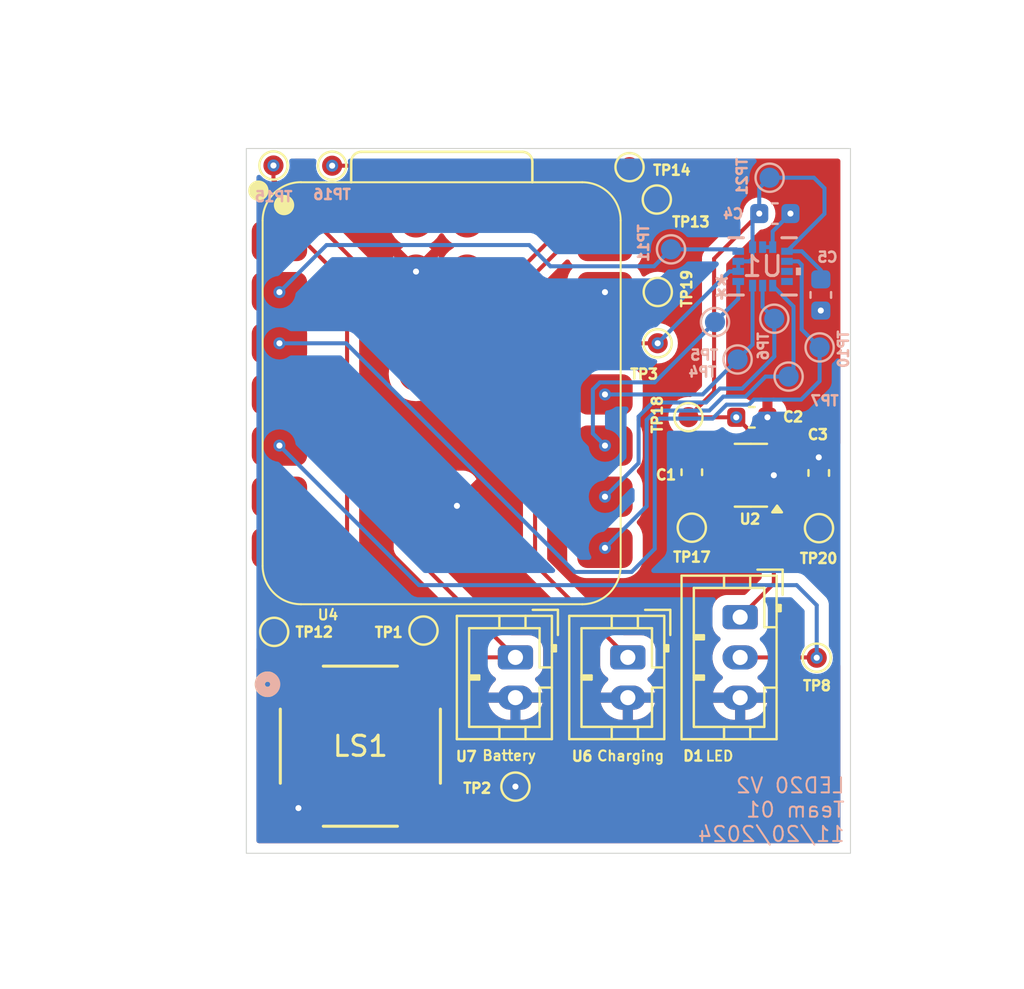
<source format=kicad_pcb>
(kicad_pcb (version 20240108) (generator "pcbnew") (generator_version "8.0")
  (title_block (title "LED20 Updated Schematic") (date "2024-11-12") (rev "2") (company "Team 01") (comment 1 "PCB Layout of LED20 "))
  (layers (0 "F.Cu" signal) (31 "B.Cu" signal) (34 "B.Paste" user) (35 "F.Paste" user) (36 "B.SilkS" user "B.Silkscreen") (37 "F.SilkS" user "F.Silkscreen") (38 "B.Mask" user) (39 "F.Mask" user) (44 "Edge.Cuts" user))
  (net 0 "")
  (net 1 "Net-(U2-C+)")
  (net 2 "Net-(U2-C-)")
  (net 3 "GND")
  (net 4 "3.3V")
  (net 5 "+5V")
  (net 6 "3.3V Data (D4)")
  (net 7 "VBATT")
  (net 8 "Net-(U1-SDA)")
  (net 9 "Net-(U1-SDO{slash}SA0)")
  (net 10 "Net-(U1-SCL)")
  (net 11 "Net-(U1-CS)")
  (net 12 "Net-(U1-INT2)")
  (net 13 "Net-(U1-INT1)")
  (net 14 "unconnected-(TP13-Pad1)")
  (net 15 "unconnected-(TP14-Pad1)")
  (net 16 "unconnected-(TP15-Pad1)")
  (net 17 "unconnected-(TP16-Pad1)")
  (net 21 "+5V IN")
  (net 24 "Net-(U4-LP_GPIO0{slash}GPIO0{slash}A0{slash}D0)")
  (footprint "TestPoint:TestPoint_Pad_D1.0mm" (layer "F.Cu") (at 145.574154 95.026016 -90)
    (property "Reference" "TP2" (at 0.08247 1.896824 180) (layer "F.SilkS") (effects (font (size 0.5 0.5) (thickness 0.125))))
    (property "Value" "~")
    (fp_circle (center 0 0) (end 0 0.7) (stroke (width 0.12)) (fill none) (layer "F.SilkS"))
    (pad "1" smd circle (at 0 0 270) (size 1 1) (layers "F.Cu" "F.Mask") (net 3 "GND"))
  )
  (footprint "Led20:ChargePump" (layer "F.Cu") (at 157.268761 79.56416 180)
    (property "Reference" "U2" (at 0.048197 -2.179258 0) (layer "F.SilkS") (effects (font (size 0.5 0.5) (thickness 0.125))))
    (property "Value" "~")
    (fp_line (start 0 1.56) (end 0.8 1.56) (stroke (width 0.12)) (layer "F.SilkS"))
    (fp_line (start 0 1.56) (end -0.8 1.56) (stroke (width 0.12)) (layer "F.SilkS"))
    (fp_line (start 0 -1.56) (end 0.8 -1.56) (stroke (width 0.12)) (layer "F.SilkS"))
    (fp_line (start 0 -1.56) (end -0.8 -1.56) (stroke (width 0.12)) (layer "F.SilkS"))
    (fp_poly (pts (xy -1.3 -1.51) (xy -1.54 -1.84) (xy -1.06 -1.84) (xy -1.3 -1.51)) (stroke (width 0.12)) (fill solid) (layer "F.SilkS"))
    (pad "1" smd roundrect (at -1.1375 -0.95 180) (size 1.325 0.6) (layers "F.Cu" "F.Paste" "F.Mask") (net 5 "+5V"))
    (pad "2" smd roundrect (at -1.1375 0 180) (size 1.325 0.6) (layers "F.Cu" "F.Paste" "F.Mask") (net 3 "GND"))
    (pad "3" smd roundrect (at -1.1375 0.95 180) (size 1.325 0.6) (layers "F.Cu" "F.Paste" "F.Mask") (net 5 "+5V"))
    (pad "4" smd roundrect (at 1.1375 0.95 180) (size 1.325 0.6) (layers "F.Cu" "F.Paste" "F.Mask") (net 2 "Net-(U2-C-)"))
    (pad "5" smd roundrect (at 1.1375 0 180) (size 1.325 0.6) (layers "F.Cu" "F.Paste" "F.Mask") (net 4 "3.3V"))
    (pad "6" smd roundrect (at 1.1375 -0.95 180) (size 1.325 0.6) (layers "F.Cu" "F.Paste" "F.Mask") (net 1 "Net-(U2-C+)"))
  )
  (footprint "Connector_JST:JST_PH_B2B-PH-K_1x02_P2.00mm_Vertical" (layer "F.Cu") (at 151.155921 88.608331 -90)
    (property "Reference" "U6" (at 4.911581 2.267942 180) (layer "F.SilkS") (effects (font (size 0.5 0.5) (thickness 0.125))))
    (property "Value" "B2B-PH-K-S")
    (fp_line (start -2.06 2.91) (end 4.06 2.91) (stroke (width 0.12)) (layer "F.SilkS"))
    (fp_line (start 4.06 2.91) (end 4.06 -1.81) (stroke (width 0.12)) (layer "F.SilkS"))
    (fp_line (start -1.45 2.3) (end 3.45 2.3) (stroke (width 0.12)) (layer "F.SilkS"))
    (fp_line (start 0.9 2.3) (end 0.9 1.8) (stroke (width 0.12)) (layer "F.SilkS"))
    (fp_line (start 1 2.3) (end 1 1.8) (stroke (width 0.12)) (layer "F.SilkS"))
    (fp_line (start 3.45 2.3) (end 3.45 -1.2) (stroke (width 0.12)) (layer "F.SilkS"))
    (fp_line (start 0.9 1.8) (end 1.1 1.8) (stroke (width 0.12)) (layer "F.SilkS"))
    (fp_line (start 1.1 1.8) (end 1.1 2.3) (stroke (width 0.12)) (layer "F.SilkS"))
    (fp_line (start -2.06 0.8) (end -1.45 0.8) (stroke (width 0.12)) (layer "F.SilkS"))
    (fp_line (start 4.06 0.8) (end 3.45 0.8) (stroke (width 0.12)) (layer "F.SilkS"))
    (fp_line (start -2.06 -0.5) (end -1.45 -0.5) (stroke (width 0.12)) (layer "F.SilkS"))
    (fp_line (start 4.06 -0.5) (end 3.45 -0.5) (stroke (width 0.12)) (layer "F.SilkS"))
    (fp_line (start -1.45 -1.2) (end -1.45 2.3) (stroke (width 0.12)) (layer "F.SilkS"))
    (fp_line (start 0.5 -1.2) (end -1.45 -1.2) (stroke (width 0.12)) (layer "F.SilkS"))
    (fp_line (start 1.5 -1.2) (end 1.5 -1.81) (stroke (width 0.12)) (layer "F.SilkS"))
    (fp_line (start 3.45 -1.2) (end 1.5 -1.2) (stroke (width 0.12)) (layer "F.SilkS"))
    (fp_line (start -2.06 -1.81) (end -2.06 2.91) (stroke (width 0.12)) (layer "F.SilkS"))
    (fp_line (start -0.3 -1.81) (end -0.3 -2.01) (stroke (width 0.12)) (layer "F.SilkS"))
    (fp_line (start 0.5 -1.81) (end 0.5 -1.2) (stroke (width 0.12)) (layer "F.SilkS"))
    (fp_line (start 4.06 -1.81) (end -2.06 -1.81) (stroke (width 0.12)) (layer "F.SilkS"))
    (fp_line (start -0.3 -1.91) (end -0.6 -1.91) (stroke (width 0.12)) (layer "F.SilkS"))
    (fp_line (start -0.6 -2.01) (end -0.6 -1.81) (stroke (width 0.12)) (layer "F.SilkS"))
    (fp_line (start -0.3 -2.01) (end -0.6 -2.01) (stroke (width 0.12)) (layer "F.SilkS"))
    (fp_line (start -2.36 -2.11) (end -2.36 -0.86) (stroke (width 0.12)) (layer "F.SilkS"))
    (fp_line (start -1.11 -2.11) (end -2.36 -2.11) (stroke (width 0.12)) (layer "F.SilkS"))
    (pad "1" thru_hole roundrect (at 0 0 270) (size 1.2 1.75) (drill 0.75) (layers "*.Cu" "*.Mask") (roundrect_rratio 0.208333) (net 21 "+5V IN"))
    (pad "2" thru_hole oval (at 2 0 270) (size 1.2 1.75) (drill 0.75) (layers "*.Cu" "*.Mask") (net 3 "GND"))
  )
  (footprint "Connector_JST:JST_PH_B3B-PH-K_1x03_P2.00mm_Vertical" (layer "F.Cu") (at 156.733847 86.611446 -90)
    (property "Reference" "D1" (at 6.893255 2.327503 360) (layer "F.SilkS") (effects (font (size 0.5 0.5) (thickness 0.125))))
    (property "Value" "SK6812MINI")
    (fp_line (start -2.06 2.91) (end 6.06 2.91) (stroke (width 0.12)) (layer "F.SilkS"))
    (fp_line (start 6.06 2.91) (end 6.06 -1.81) (stroke (width 0.12)) (layer "F.SilkS"))
    (fp_line (start -1.45 2.3) (end 5.45 2.3) (stroke (width 0.12)) (layer "F.SilkS"))
    (fp_line (start 0.9 2.3) (end 0.9 1.8) (stroke (width 0.12)) (layer "F.SilkS"))
    (fp_line (start 1 2.3) (end 1 1.8) (stroke (width 0.12)) (layer "F.SilkS"))
    (fp_line (start 2.9 2.3) (end 2.9 1.8) (stroke (width 0.12)) (layer "F.SilkS"))
    (fp_line (start 3 2.3) (end 3 1.8) (stroke (width 0.12)) (layer "F.SilkS"))
    (fp_line (start 5.45 2.3) (end 5.45 -1.2) (stroke (width 0.12)) (layer "F.SilkS"))
    (fp_line (start 0.9 1.8) (end 1.1 1.8) (stroke (width 0.12)) (layer "F.SilkS"))
    (fp_line (start 1.1 1.8) (end 1.1 2.3) (stroke (width 0.12)) (layer "F.SilkS"))
    (fp_line (start 2.9 1.8) (end 3.1 1.8) (stroke (width 0.12)) (layer "F.SilkS"))
    (fp_line (start 3.1 1.8) (end 3.1 2.3) (stroke (width 0.12)) (layer "F.SilkS"))
    (fp_line (start -2.06 0.8) (end -1.45 0.8) (stroke (width 0.12)) (layer "F.SilkS"))
    (fp_line (start 6.06 0.8) (end 5.45 0.8) (stroke (width 0.12)) (layer "F.SilkS"))
    (fp_line (start -2.06 -0.5) (end -1.45 -0.5) (stroke (width 0.12)) (layer "F.SilkS"))
    (fp_line (start 6.06 -0.5) (end 5.45 -0.5) (stroke (width 0.12)) (layer "F.SilkS"))
    (fp_line (start -1.45 -1.2) (end -1.45 2.3) (stroke (width 0.12)) (layer "F.SilkS"))
    (fp_line (start 0.5 -1.2) (end -1.45 -1.2) (stroke (width 0.12)) (layer "F.SilkS"))
    (fp_line (start 3.5 -1.2) (end 3.5 -1.81) (stroke (width 0.12)) (layer "F.SilkS"))
    (fp_line (start 5.45 -1.2) (end 3.5 -1.2) (stroke (width 0.12)) (layer "F.SilkS"))
    (fp_line (start -2.06 -1.81) (end -2.06 2.91) (stroke (width 0.12)) (layer "F.SilkS"))
    (fp_line (start -0.3 -1.81) (end -0.3 -2.01) (stroke (width 0.12)) (layer "F.SilkS"))
    (fp_line (start 0.5 -1.81) (end 0.5 -1.2) (stroke (width 0.12)) (layer "F.SilkS"))
    (fp_line (start 6.06 -1.81) (end -2.06 -1.81) (stroke (width 0.12)) (layer "F.SilkS"))
    (fp_line (start -0.3 -1.91) (end -0.6 -1.91) (stroke (width 0.12)) (layer "F.SilkS"))
    (fp_line (start -0.6 -2.01) (end -0.6 -1.81) (stroke (width 0.12)) (layer "F.SilkS"))
    (fp_line (start -0.3 -2.01) (end -0.6 -2.01) (stroke (width 0.12)) (layer "F.SilkS"))
    (fp_line (start -2.36 -2.11) (end -2.36 -0.86) (stroke (width 0.12)) (layer "F.SilkS"))
    (fp_line (start -1.11 -2.11) (end -2.36 -2.11) (stroke (width 0.12)) (layer "F.SilkS"))
    (pad "1" thru_hole roundrect (at 0 0 270) (size 1.2 1.75) (drill 0.75) (layers "*.Cu" "*.Mask") (roundrect_rratio 0.208333) (net 5 "+5V"))
    (pad "2" thru_hole oval (at 2 0 270) (size 1.2 1.75) (drill 0.75) (layers "*.Cu" "*.Mask") (net 6 "3.3V Data (D4)"))
    (pad "3" thru_hole oval (at 4 0 270) (size 1.2 1.75) (drill 0.75) (layers "*.Cu" "*.Mask") (net 3 "GND"))
  )
  (footprint "Capacitor_SMD:C_0603_1608Metric" (layer "F.Cu") (at 160.6375 79.45 -90)
    (property "Reference" "C3" (at -1.903419 0.044805 0) (layer "F.SilkS") (effects (font (size 0.5 0.5) (thickness 0.125))))
    (property "Value" "10u")
    (fp_line (start -0.14058 0.51) (end 0.14058 0.51) (stroke (width 0.12)) (layer "F.SilkS"))
    (fp_line (start -0.14058 -0.51) (end 0.14058 -0.51) (stroke (width 0.12)) (layer "F.SilkS"))
    (pad "1" smd roundrect (at -0.775 0 270) (size 0.9 0.95) (layers "F.Cu" "F.Paste" "F.Mask") (net 3 "GND"))
    (pad "2" smd roundrect (at 0.775 0 270) (size 0.9 0.95) (layers "F.Cu" "F.Paste" "F.Mask") (net 5 "+5V"))
  )
  (footprint "TestPoint:TestPoint_Pad_D1.0mm" (layer "F.Cu") (at 160.536654 88.625189)
    (property "Reference" "TP8" (at 0.012265 1.392674 0) (layer "F.SilkS") (effects (font (size 0.5 0.5) (thickness 0.125))))
    (property "Value" "~")
    (fp_circle (center 0 0) (end 0 0.7) (stroke (width 0.12)) (fill none) (layer "F.SilkS"))
    (pad "1" smd circle (at 0 0) (size 1 1) (layers "F.Cu" "F.Mask") (net 6 "3.3V Data (D4)"))
  )
  (footprint "TestPoint:TestPoint_Pad_D1.0mm" (layer "F.Cu") (at 133.558215 64.181695 180)
    (property "Reference" "TP15" (at -0.006781 -1.547978 0) (layer "B.SilkS") (effects (font (size 0.5 0.5) (thickness 0.125)) (justify mirror)))
    (property "Value" "~")
    (fp_circle (center 0 0) (end 0 0.7) (stroke (width 0.12)) (fill none) (layer "F.SilkS"))
    (pad "1" smd circle (at 0 0 180) (size 1 1) (layers "F.Cu" "F.Mask") (net 16 "unconnected-(TP15-Pad1)"))
  )
  (footprint "TestPoint:TestPoint_Pad_D1.0mm" (layer "F.Cu") (at 136.473277 64.192789 180)
    (property "Reference" "TP16" (at 0.007435 -1.428574 0) (layer "B.SilkS") (effects (font (size 0.5 0.5) (thickness 0.125)) (justify mirror)))
    (property "Value" "~")
    (fp_circle (center 0 0) (end 0 0.7) (stroke (width 0.12)) (fill none) (layer "F.SilkS"))
    (pad "1" smd circle (at 0 0 180) (size 1 1) (layers "F.Cu" "F.Mask") (net 17 "unconnected-(TP16-Pad1)"))
  )
  (footprint "Led20:XIAO-ESP32-C6-SMD" (layer "F.Cu") (at 142.1375 75.53)
    (property "Reference" "U4" (at -6.44196 11.261619 0) (layer "F.SilkS") (effects (font (size 0.5 0.5) (thickness 0.10668)) (justify left bottom)))
    (property "Value" "~")
    (fp_line (start -9.1166 8.5345) (end -9.1166 -8.6105) (stroke (width 0.1)) (layer "F.SilkS"))
    (fp_line (start -7.2116 10.4395) (end 6.7584 10.4395) (stroke (width 0.1)) (layer "F.SilkS"))
    (fp_line (start -4.7216 -10.5155) (end -4.717872 -11.525772) (stroke (width 0.127)) (layer "F.SilkS"))
    (fp_line (start -4.217872 -12.0255) (end 3.7774 -12.0255) (stroke (width 0.127)) (layer "F.SilkS"))
    (fp_line (start 4.2774 -11.5255) (end 4.2774 -10.5155) (stroke (width 0.127)) (layer "F.SilkS"))
    (fp_line (start 6.7584 -10.5155) (end -7.2116 -10.5155) (stroke (width 0.1)) (layer "F.SilkS"))
    (fp_line (start 8.6634 8.5345) (end 8.6634 -8.6105) (stroke (width 0.1)) (layer "F.SilkS"))
    (fp_arc (start -9.1166 -8.6145) (mid -8.558638 -9.961538) (end -7.2116 -10.5195) (stroke (width 0.1)) (layer "F.SilkS"))
    (fp_arc (start -7.2116 10.4395) (mid -8.558638 9.881538) (end -9.1166 8.5345) (stroke (width 0.1)) (layer "F.SilkS"))
    (fp_arc (start -4.717872 -11.525772) (mid -4.571324 -11.879144) (end -4.217872 -12.0255) (stroke (width 0.127)) (layer "F.SilkS"))
    (fp_arc (start 3.7774 -12.0255) (mid 4.130953 -11.879053) (end 4.2774 -11.5255) (stroke (width 0.127)) (layer "F.SilkS"))
    (fp_arc (start 6.7584 -10.5155) (mid 8.105438 -9.957538) (end 8.6634 -8.6105) (stroke (width 0.1)) (layer "F.SilkS"))
    (fp_arc (start 8.6634 8.5345) (mid 8.105438 9.881538) (end 6.7584 10.4395) (stroke (width 0.1)) (layer "F.SilkS"))
    (fp_circle (center -9.3266 -10.0995) (end -9.3266 -10.3535) (stroke (width 0.5)) (fill solid) (layer "F.SilkS"))
    (fp_circle (center -8.0526 -9.3825) (end -8.0526 -9.6365) (stroke (width 0.5)) (fill solid) (layer "F.SilkS"))
    (pad "1" smd roundrect (at -8.2816 -7.5985) (size 2.75 2) (layers "F.Cu" "F.Paste" "F.Mask") (net 24 "Net-(U4-LP_GPIO0{slash}GPIO0{slash}A0{slash}D0)"))
    (pad "2" smd roundrect (at -8.2816 -5.0585) (size 2.75 2) (layers "F.Cu" "F.Paste" "F.Mask") (net 13 "Net-(U1-INT1)"))
    (pad "3" smd roundrect (at -8.2816 -2.5185) (size 2.75 2) (layers "F.Cu" "F.Paste" "F.Mask") (net 12 "Net-(U1-INT2)"))
    (pad "4" smd roundrect (at -8.2816 0.0215) (size 2.75 2) (layers "F.Cu" "F.Paste" "F.Mask"))
    (pad "5" smd roundrect (at -8.2816 2.5615) (size 2.75 2) (layers "F.Cu" "F.Paste" "F.Mask") (net 6 "3.3V Data (D4)"))
    (pad "6" smd roundrect (at -8.2816 5.1015) (size 2.75 2) (layers "F.Cu" "F.Paste" "F.Mask"))
    (pad "7" smd roundrect (at -8.2816 7.6415) (size 2.75 2) (layers "F.Cu" "F.Paste" "F.Mask"))
    (pad "8" smd roundrect (at 7.8834 7.6415) (size 2.75 2) (layers "F.Cu" "F.Paste" "F.Mask") (net 11 "Net-(U1-CS)"))
    (pad "9" smd roundrect (at 7.8834 5.1015) (size 2.75 2) (layers "F.Cu" "F.Paste" "F.Mask") (net 10 "Net-(U1-SCL)"))
    (pad "10" smd roundrect (at 7.8834 2.5615) (size 2.75 2) (layers "F.Cu" "F.Paste" "F.Mask") (net 9 "Net-(U1-SDO{slash}SA0)"))
    (pad "11" smd roundrect (at 7.8834 0.0215) (size 2.75 2) (layers "F.Cu" "F.Paste" "F.Mask") (net 8 "Net-(U1-SDA)"))
    (pad "12" smd roundrect (at 7.8834 -2.5185) (size 2.75 2) (layers "F.Cu" "F.Paste" "F.Mask") (net 4 "3.3V"))
    (pad "13" smd roundrect (at 7.8834 -5.0585) (size 2.75 2) (layers "F.Cu" "F.Paste" "F.Mask") (net 3 "GND"))
    (pad "14" smd roundrect (at 7.8834 -7.5985) (size 2.75 2) (layers "F.Cu" "F.Paste" "F.Mask") (net 21 "+5V IN"))
    (pad "15" smd roundrect (at -2.008 5.5532 270) (size 2.5 1.1) (layers "F.Cu" "F.Paste" "F.Mask") (net 7 "VBATT"))
    (pad "16" smd roundrect (at 0.532 5.5532 270) (size 2.5 1.1) (layers "F.Cu" "F.Paste" "F.Mask") (net 3 "GND"))
    (pad "17" smd circle (at -1.5 -8.62) (size 1.7 1.7) (layers "F.Cu" "F.Paste" "F.Mask") (net 17 "unconnected-(TP16-Pad1)"))
    (pad "18" smd circle (at 1.04 -8.62) (size 1.7 1.7) (layers "F.Cu" "F.Paste" "F.Mask") (net 15 "unconnected-(TP14-Pad1)"))
    (pad "19" smd circle (at -1.5 -6.08) (size 1.7 1.7) (layers "F.Cu" "F.Paste" "F.Mask") (net 3 "GND"))
    (pad "20" smd circle (at 1.04 -6.08) (size 1.7 1.7) (layers "F.Cu" "F.Paste" "F.Mask"))
    (pad "21" smd circle (at -1.5 -3.54) (size 1.7 1.7) (layers "F.Cu" "F.Paste" "F.Mask") (net 16 "unconnected-(TP15-Pad1)"))
    (pad "22" smd circle (at 1.04 -3.54) (size 1.7 1.7) (layers "F.Cu" "F.Paste" "F.Mask") (net 14 "unconnected-(TP13-Pad1)"))
    (pad "23" smd circle (at -1.5 -1) (size 1.7 1.7) (layers "F.Cu" "F.Paste" "F.Mask"))
    (pad "24" smd circle (at 0.9474 -1.0568) (size 1.7 1.7) (layers "F.Cu" "F.Paste" "F.Mask"))
  )
  (footprint "TestPoint:TestPoint_Pad_D1.0mm" (layer "F.Cu") (at 152.5961 65.872827)
    (property "Reference" "TP13" (at 1.691163 1.114361 180) (layer "F.SilkS") (effects (font (size 0.5 0.5) (thickness 0.125))))
    (property "Value" "~")
    (fp_circle (center 0 0) (end 0 0.7) (stroke (width 0.12)) (fill none) (layer "F.SilkS"))
    (pad "1" smd circle (at 0 0) (size 1 1) (layers "F.Cu" "F.Mask") (net 14 "unconnected-(TP13-Pad1)"))
  )
  (footprint "TestPoint:TestPoint_Pad_D1.0mm" (layer "F.Cu") (at 154.166059 76.678665 180)
    (property "Reference" "TP18" (at 1.54972 0.123129 -90) (layer "F.SilkS") (effects (font (size 0.5 0.5) (thickness 0.125))))
    (property "Value" "~")
    (fp_circle (center 0 0) (end 0 0.7) (stroke (width 0.12)) (fill none) (layer "F.SilkS"))
    (pad "1" smd circle (at 0 0 180) (size 1 1) (layers "F.Cu" "F.Mask") (net 4 "3.3V"))
  )
  (footprint "Capacitor_SMD:C_0603_1608Metric" (layer "F.Cu") (at 154.333037 79.414265 90)
    (property "Reference" "C1" (at -0.134148 -1.277947 180) (layer "F.SilkS") (effects (font (size 0.5 0.5) (thickness 0.125))))
    (property "Value" "1u")
    (fp_line (start -0.14058 -0.51) (end 0.14058 -0.51) (stroke (width 0.12)) (layer "F.SilkS"))
    (fp_line (start -0.14058 0.51) (end 0.14058 0.51) (stroke (width 0.12)) (layer "F.SilkS"))
    (pad "1" smd roundrect (at -0.775 0 90) (size 0.9 0.95) (layers "F.Cu" "F.Paste" "F.Mask") (net 1 "Net-(U2-C+)"))
    (pad "2" smd roundrect (at 0.775 0 90) (size 0.9 0.95) (layers "F.Cu" "F.Paste" "F.Mask") (net 2 "Net-(U2-C-)"))
  )
  (footprint "TestPoint:TestPoint_Pad_D1.0mm" (layer "F.Cu") (at 151.241689 64.264802)
    (property "Reference" "TP14" (at 2.100344 0.153276 0) (layer "F.SilkS") (effects (font (size 0.5 0.5) (thickness 0.125))))
    (property "Value" "~")
    (fp_circle (center 0 0) (end 0 0.7) (stroke (width 0.12)) (fill none) (layer "F.SilkS"))
    (pad "1" smd circle (at 0 0) (size 1 1) (layers "F.Cu" "F.Mask") (net 15 "unconnected-(TP14-Pad1)"))
  )
  (footprint "TestPoint:TestPoint_Pad_D1.0mm" (layer "F.Cu") (at 141.008275 87.276212 180)
    (property "Reference" "TP1" (at 1.722719 -0.091634 180) (layer "F.SilkS") (effects (font (size 0.5 0.5) (thickness 0.125))))
    (property "Value" "~")
    (fp_circle (center 0 0) (end 0 0.7) (stroke (width 0.12)) (fill none) (layer "F.SilkS"))
    (pad "1" smd circle (at 0 0 180) (size 1 1) (layers "F.Cu" "F.Mask") (net 7 "VBATT"))
  )
  (footprint "Capacitor_SMD:C_0603_1608Metric" (layer "F.Cu") (at 157.314568 76.686639)
    (property "Reference" "C2" (at 2.050231 -0.019744 0) (layer "F.SilkS") (effects (font (size 0.5 0.5) (thickness 0.125))))
    (property "Value" "10u")
    (fp_line (start -0.14058 -0.51) (end 0.14058 -0.51) (stroke (width 0.12)) (layer "F.SilkS"))
    (fp_line (start -0.14058 0.51) (end 0.14058 0.51) (stroke (width 0.12)) (layer "F.SilkS"))
    (pad "1" smd roundrect (at -0.775 0) (size 0.9 0.95) (layers "F.Cu" "F.Paste" "F.Mask") (net 4 "3.3V"))
    (pad "2" smd roundrect (at 0.775 0) (size 0.9 0.95) (layers "F.Cu" "F.Paste" "F.Mask") (net 3 "GND"))
  )
  (footprint "TestPoint:TestPoint_Pad_D1.0mm" (layer "F.Cu") (at 154.333075 82.169007 180)
    (property "Reference" "TP17" (at -0.00489 -1.460173 0) (layer "F.SilkS") (effects (font (size 0.5 0.5) (thickness 0.125))))
    (property "Value" "~")
    (fp_circle (center 0 0) (end 0 0.7) (stroke (width 0.12)) (fill none) (layer "F.SilkS"))
    (pad "1" smd circle (at 0 0 180) (size 1 1) (layers "F.Cu" "F.Mask") (net 1 "Net-(U2-C+)"))
  )
  (footprint "TestPoint:TestPoint_Pad_D1.0mm" (layer "F.Cu") (at 160.649673 82.192994 180)
    (property "Reference" "TP20" (at 0.018327 -1.502797 0) (layer "F.SilkS") (effects (font (size 0.5 0.5) (thickness 0.125))))
    (property "Value" "~")
    (fp_circle (center 0 0) (end 0 0.7) (stroke (width 0.12)) (fill none) (layer "F.SilkS"))
    (pad "1" smd circle (at 0 0 180) (size 1 1) (layers "F.Cu" "F.Mask") (net 5 "+5V"))
  )
  (footprint "TestPoint:TestPoint_Pad_D1.0mm" (layer "F.Cu") (at 152.63835 73.009731)
    (property "Reference" "TP3" (at -0.673172 1.533258 0) (layer "F.SilkS") (effects (font (size 0.5 0.5) (thickness 0.125))))
    (property "Value" "~")
    (fp_circle (center 0 0) (end 0 0.7) (stroke (width 0.12)) (fill none) (layer "F.SilkS"))
    (pad "1" smd circle (at 0 0) (size 1 1) (layers "F.Cu" "F.Mask") (net 4 "3.3V"))
  )
  (footprint "TestPoint:TestPoint_Pad_D1.0mm" (layer "F.Cu") (at 152.643559 70.463206)
    (property "Reference" "TP19" (at 1.436001 -0.164977 90) (layer "F.SilkS") (effects (font (size 0.5 0.5) (thickness 0.125))))
    (property "Value" "~")
    (fp_circle (center 0 0) (end 0 0.7) (stroke (width 0.12)) (fill none) (layer "F.SilkS"))
    (pad "1" smd circle (at 0 0) (size 1 1) (layers "F.Cu" "F.Mask") (net 3 "GND"))
  )
  (footprint "TestPoint:TestPoint_Pad_D1.0mm" (layer "F.Cu") (at 133.594062 87.34175)
    (property "Reference" "TP12" (at 1.991518 0.011891 0) (layer "F.SilkS") (effects (font (size 0.5 0.5) (thickness 0.125))))
    (property "Value" "~")
    (fp_circle (center 0 0) (end 0 0.7) (stroke (width 0.12)) (fill none) (layer "F.SilkS"))
    (pad "1" smd circle (at 0 0) (size 1 1) (layers "F.Cu" "F.Mask") (net 24 "Net-(U4-LP_GPIO0{slash}GPIO0{slash}A0{slash}D0)"))
  )
  (footprint "Led20:CMT-7525-80-SMT-TR_CUD" (layer "F.Cu") (at 137.874055 93.018829)
    (property "Reference" "LS1" (at 0 0 0) (layer "F.SilkS"))
    (property "Value" "CMT-7525-80-SMT-TR")
    (fp_circle (center -4.6101 -3.075) (end -4.2291 -3.075) (stroke (width 0.508)) (fill none) (layer "B.SilkS"))
    (fp_line (start -3.9751 -1.84056) (end -3.9751 1.84056) (stroke (width 0.1524)) (layer "F.SilkS"))
    (fp_line (start -1.84056 3.9751) (end 1.84056 3.9751) (stroke (width 0.1524)) (layer "F.SilkS"))
    (fp_line (start 1.84056 -3.9751) (end -1.84056 -3.9751) (stroke (width 0.1524)) (layer "F.SilkS"))
    (fp_line (start 3.9751 1.84056) (end 3.9751 -1.84056) (stroke (width 0.1524)) (layer "F.SilkS"))
    (fp_arc (start -4.48724 -2.714353) (mid -4.991102 -3.075001) (end -4.48724 -3.435648) (stroke (width 0.508)) (layer "F.SilkS"))
    (pad "1" smd rect (at -3.075 -3.075) (size 1.8034 1.8034) (layers "F.Cu" "F.Paste" "F.Mask") (net 24 "Net-(U4-LP_GPIO0{slash}GPIO0{slash}A0{slash}D0)"))
    (pad "2" smd rect (at -3.075 3.075) (size 1.8034 1.8034) (layers "F.Cu" "F.Paste" "F.Mask") (net 3 "GND"))
    (pad "3" smd rect (at 3.075 -3.075) (size 1.8034 1.8034) (layers "F.Cu" "F.Paste" "F.Mask"))
    (pad "4" smd rect (at 3.075 3.075) (size 1.8034 1.8034) (layers "F.Cu" "F.Paste" "F.Mask"))
  )
  (footprint "Connector_JST:JST_PH_B2B-PH-K_1x02_P2.00mm_Vertical" (layer "F.Cu") (at 145.575412 88.608331 -90)
    (property "Reference" "U7" (at 4.921934 2.442242 180) (layer "F.SilkS") (effects (font (size 0.5 0.5) (thickness 0.125))))
    (property "Value" "B2B-PH-K-S")
    (fp_line (start -2.06 2.91) (end 4.06 2.91) (stroke (width 0.12)) (layer "F.SilkS"))
    (fp_line (start 4.06 2.91) (end 4.06 -1.81) (stroke (width 0.12)) (layer "F.SilkS"))
    (fp_line (start -1.45 2.3) (end 3.45 2.3) (stroke (width 0.12)) (layer "F.SilkS"))
    (fp_line (start 0.9 2.3) (end 0.9 1.8) (stroke (width 0.12)) (layer "F.SilkS"))
    (fp_line (start 1 2.3) (end 1 1.8) (stroke (width 0.12)) (layer "F.SilkS"))
    (fp_line (start 3.45 2.3) (end 3.45 -1.2) (stroke (width 0.12)) (layer "F.SilkS"))
    (fp_line (start 0.9 1.8) (end 1.1 1.8) (stroke (width 0.12)) (layer "F.SilkS"))
    (fp_line (start 1.1 1.8) (end 1.1 2.3) (stroke (width 0.12)) (layer "F.SilkS"))
    (fp_line (start -2.06 0.8) (end -1.45 0.8) (stroke (width 0.12)) (layer "F.SilkS"))
    (fp_line (start 4.06 0.8) (end 3.45 0.8) (stroke (width 0.12)) (layer "F.SilkS"))
    (fp_line (start -2.06 -0.5) (end -1.45 -0.5) (stroke (width 0.12)) (layer "F.SilkS"))
    (fp_line (start 4.06 -0.5) (end 3.45 -0.5) (stroke (width 0.12)) (layer "F.SilkS"))
    (fp_line (start -1.45 -1.2) (end -1.45 2.3) (stroke (width 0.12)) (layer "F.SilkS"))
    (fp_line (start 0.5 -1.2) (end -1.45 -1.2) (stroke (width 0.12)) (layer "F.SilkS"))
    (fp_line (start 1.5 -1.2) (end 1.5 -1.81) (stroke (width 0.12)) (layer "F.SilkS"))
    (fp_line (start 3.45 -1.2) (end 1.5 -1.2) (stroke (width 0.12)) (layer "F.SilkS"))
    (fp_line (start -2.06 -1.81) (end -2.06 2.91) (stroke (width 0.12)) (layer "F.SilkS"))
    (fp_line (start -0.3 -1.81) (end -0.3 -2.01) (stroke (width 0.12)) (layer "F.SilkS"))
    (fp_line (start 0.5 -1.81) (end 0.5 -1.2) (stroke (width 0.12)) (layer "F.SilkS"))
    (fp_line (start 4.06 -1.81) (end -2.06 -1.81) (stroke (width 0.12)) (layer "F.SilkS"))
    (fp_line (start -0.3 -1.91) (end -0.6 -1.91) (stroke (width 0.12)) (layer "F.SilkS"))
    (fp_line (start -0.6 -2.01) (end -0.6 -1.81) (stroke (width 0.12)) (layer "F.SilkS"))
    (fp_line (start -0.3 -2.01) (end -0.6 -2.01) (stroke (width 0.12)) (layer "F.SilkS"))
    (fp_line (start -2.36 -2.11) (end -2.36 -0.86) (stroke (width 0.12)) (layer "F.SilkS"))
    (fp_line (start -1.11 -2.11) (end -2.36 -2.11) (stroke (width 0.12)) (layer "F.SilkS"))
    (pad "1" thru_hole roundrect (at 0 0 270) (size 1.2 1.75) (drill 0.75) (layers "*.Cu" "*.Mask") (roundrect_rratio 0.208333) (net 7 "VBATT"))
    (pad "2" thru_hole oval (at 2 0 270) (size 1.2 1.75) (drill 0.75) (layers "*.Cu" "*.Mask") (net 3 "GND"))
  )
  (footprint "TestPoint:TestPoint_Pad_D1.0mm" (layer "B.Cu") (at 160.680206 73.216858 90)
    (property "Reference" "TP10" (at -0.086966 1.182134 -90) (layer "B.SilkS") (effects (font (size 0.5 0.5) (thickness 0.125) (bold yes)) (justify mirror)))
    (property "Value" "~")
    (fp_circle (center 0 0) (end 0 -0.7) (stroke (width 0.12)) (fill none) (layer "B.SilkS"))
    (pad "1" smd circle (at 0 0 90) (size 1 1) (layers "B.Cu" "B.Mask") (net 12 "Net-(U1-INT2)"))
  )
  (footprint "TestPoint:TestPoint_Pad_D1.0mm" (layer "B.Cu") (at 158.197657 64.789736 90)
    (property "Reference" "TP21" (at 0.059732 -1.366591 90) (layer "B.SilkS") (effects (font (size 0.5 0.5) (thickness 0.125) (bold yes)) (justify mirror)))
    (property "Value" "~")
    (fp_circle (center 0 0) (end 0 -0.7) (stroke (width 0.12)) (fill none) (layer "B.SilkS"))
    (pad "1" smd circle (at 0 0 90) (size 1 1) (layers "B.Cu" "B.Mask") (net 4 "3.3V"))
  )
  (footprint "Capacitor_SMD:C_0603_1608Metric" (layer "B.Cu") (at 160.738972 70.610715 90)
    (property "Reference" "C5" (at 1.876373 0.329206 180) (layer "B.SilkS") (effects (font (size 0.5 0.5) (thickness 0.125)) (justify mirror)))
    (property "Value" "100n")
    (fp_line (start 0.14058 -0.51) (end -0.14058 -0.51) (stroke (width 0.12)) (layer "B.SilkS"))
    (fp_line (start 0.14058 0.51) (end -0.14058 0.51) (stroke (width 0.12)) (layer "B.SilkS"))
    (pad "1" smd roundrect (at -0.775 0 90) (size 0.9 0.95) (layers "B.Cu" "B.Paste" "B.Mask") (net 3 "GND"))
    (pad "2" smd roundrect (at 0.775 0 90) (size 0.9 0.95) (layers "B.Cu" "B.Paste" "B.Mask") (net 4 "3.3V"))
  )
  (footprint "Led20:LGA-14L_2P5X3X0P83_STM-L" (layer "B.Cu") (at 157.849653 69.192352)
    (property "Reference" "U1" (at 0 0 0) (layer "B.SilkS") (effects (justify mirror)))
    (property "Value" "~")
    (fp_line (start -1.6764 1.4224) (end -0.957013 1.4224) (stroke (width 0.1524)) (layer "B.SilkS"))
    (fp_line (start -0.957013 -1.4224) (end -1.6764 -1.4224) (stroke (width 0.1524)) (layer "B.SilkS"))
    (fp_line (start 0.957013 1.4224) (end 1.6764 1.4224) (stroke (width 0.1524)) (layer "B.SilkS"))
    (fp_line (start 1.6764 -1.4224) (end 0.957013 -1.4224) (stroke (width 0.1524)) (layer "B.SilkS"))
    (fp_poly (pts (xy 1.905 0.4405) (xy 1.905 0.059499) (xy 1.651 0.059499) (xy 1.651 0.4405)) (fill solid) (layer "B.SilkS"))
    (fp_text user "*" (at -2.032 1 360) (layer "B.SilkS") (effects (justify mirror)))
    (fp_text user "*" (at -2.032 1.0437 180) (layer "B.SilkS") (effects (justify mirror)))
    (pad "1" smd rect (at -1.2103 0.750001 270) (size 0.351536 0.57658) (layers "B.Cu" "B.Paste" "B.Mask") (net 9 "Net-(U1-SDO{slash}SA0)"))
    (pad "2" smd rect (at -1.2103 0.25 270) (size 0.351536 0.57658) (layers "B.Cu" "B.Paste" "B.Mask") (net 4 "3.3V"))
    (pad "3" smd rect (at -1.2103 -0.25 270) (size 0.351536 0.57658) (layers "B.Cu" "B.Paste" "B.Mask") (net 4 "3.3V"))
    (pad "4" smd rect (at -1.2103 -0.750001 270) (size 0.351536 0.57658) (layers "B.Cu" "B.Paste" "B.Mask") (net 13 "Net-(U1-INT1)"))
    (pad "5" smd rect (at -0.499999 -0.9563) (size 0.351536 0.57658) (layers "B.Cu" "B.Paste" "B.Mask") (net 4 "3.3V"))
    (pad "6" smd rect (at 0 -0.9563) (size 0.351536 0.57658) (layers "B.Cu" "B.Paste" "B.Mask") (net 3 "GND"))
    (pad "7" smd rect (at 0.499999 -0.9563) (size 0.351536 0.57658) (layers "B.Cu" "B.Paste" "B.Mask") (net 3 "GND"))
    (pad "8" smd rect (at 1.2103 -0.750001 270) (size 0.351536 0.57658) (layers "B.Cu" "B.Paste" "B.Mask") (net 4 "3.3V"))
    (pad "9" smd rect (at 1.2103 -0.25 270) (size 0.351536 0.57658) (layers "B.Cu" "B.Paste" "B.Mask") (net 12 "Net-(U1-INT2)"))
    (pad "10" smd rect (at 1.2103 0.25 270) (size 0.351536 0.57658) (layers "B.Cu" "B.Paste" "B.Mask"))
    (pad "11" smd rect (at 1.2103 0.750001 270) (size 0.351536 0.57658) (layers "B.Cu" "B.Paste" "B.Mask"))
    (pad "12" smd rect (at 0.499999 0.9563) (size 0.351536 0.57658) (layers "B.Cu" "B.Paste" "B.Mask") (net 11 "Net-(U1-CS)"))
    (pad "13" smd rect (at 0 0.9563) (size 0.351536 0.57658) (layers "B.Cu" "B.Paste" "B.Mask") (net 10 "Net-(U1-SCL)"))
    (pad "14" smd rect (at -0.499999 0.9563) (size 0.351536 0.57658) (layers "B.Cu" "B.Paste" "B.Mask") (net 8 "Net-(U1-SDA)"))
  )
  (footprint "TestPoint:TestPoint_Pad_D1.0mm" (layer "B.Cu") (at 159.140756 74.664675 -90)
    (property "Reference" "TP7" (at 1.203628 -1.789971 180) (layer "B.SilkS") (effects (font (size 0.5 0.5) (thickness 0.125) (bold yes)) (justify mirror)))
    (property "Value" "~")
    (fp_circle (center 0 0) (end 0 -0.7) (stroke (width 0.12)) (fill none) (layer "B.SilkS"))
    (pad "1" smd circle (at 0 0 270) (size 1 1) (layers "B.Cu" "B.Mask") (net 11 "Net-(U1-CS)"))
  )
  (footprint "TestPoint:TestPoint_Pad_D1.0mm" (layer "B.Cu") (at 156.608313 73.814663 -90)
    (property "Reference" "TP4" (at 0.625422 1.74681 180) (layer "B.SilkS") (effects (font (size 0.5 0.5) (thickness 0.125) (bold yes)) (justify mirror)))
    (property "Value" "~")
    (fp_circle (center 0 0) (end 0 -0.7) (stroke (width 0.12)) (fill none) (layer "B.SilkS"))
    (pad "1" smd circle (at 0 0 270) (size 1 1) (layers "B.Cu" "B.Mask") (net 8 "Net-(U1-SDA)"))
  )
  (footprint "TestPoint:TestPoint_Pad_D1.0mm" (layer "B.Cu") (at 158.430138 71.791608 -90)
    (property "Reference" "TP6" (at 1.369929 0.546241 90) (layer "B.SilkS") (effects (font (size 0.5 0.5) (thickness 0.125) (bold yes)) (justify mirror)))
    (property "Value" "~")
    (fp_circle (center 0 0) (end 0 -0.7) (stroke (width 0.12)) (fill none) (layer "B.SilkS"))
    (pad "1" smd circle (at 0 0 270) (size 1 1) (layers "B.Cu" "B.Mask") (net 10 "Net-(U1-SCL)"))
  )
  (footprint "TestPoint:TestPoint_Pad_D1.0mm" (layer "B.Cu") (at 153.301137 68.346097 -90)
    (property "Reference" "TP11" (at -0.309446 1.362758 90) (layer "B.SilkS") (effects (font (size 0.5 0.5) (thickness 0.125) (bold yes)) (justify mirror)))
    (property "Value" "~")
    (fp_circle (center 0 0) (end 0 -0.7) (stroke (width 0.12)) (fill none) (layer "B.SilkS"))
    (pad "1" smd circle (at 0 0 270) (size 1 1) (layers "B.Cu" "B.Mask") (net 13 "Net-(U1-INT1)"))
  )
  (footprint "TestPoint:TestPoint_Pad_D1.0mm" (layer "B.Cu") (at 155.484764 71.9583 -90)
    (property "Reference" "TP5" (at 1.638752 0.537736 180) (layer "B.SilkS") (effects (font (size 0.5 0.5) (thickness 0.125) (bold yes)) (justify mirror)))
    (property "Value" "~")
    (fp_circle (center 0 0) (end 0 -0.7) (stroke (width 0.12)) (fill none) (layer "B.SilkS"))
    (pad "1" smd circle (at 0 0 270) (size 1 1) (layers "B.Cu" "B.Mask") (net 9 "Net-(U1-SDO{slash}SA0)"))
  )
  (footprint "Capacitor_SMD:C_0603_1608Metric" (layer "B.Cu") (at 158.4571 66.569471 180)
    (property "Reference" "C4" (at 2.068364 -0.014527 360) (layer "B.SilkS") (effects (font (size 0.5 0.5) (thickness 0.125) (bold yes)) (justify mirror)))
    (property "Value" "100n")
    (fp_line (start 0.14058 0.51) (end -0.14058 0.51) (stroke (width 0.12)) (layer "B.SilkS"))
    (fp_line (start 0.14058 -0.51) (end -0.14058 -0.51) (stroke (width 0.12)) (layer "B.SilkS"))
    (pad "1" smd roundrect (at -0.775 0 180) (size 0.9 0.95) (layers "B.Cu" "B.Paste" "B.Mask") (net 3 "GND"))
    (pad "2" smd roundrect (at 0.775 0 180) (size 0.9 0.95) (layers "B.Cu" "B.Paste" "B.Mask") (net 4 "3.3V"))
  )
  (gr_rect (start 132.212322 63.338382) (end 162.212322 98.338382) (stroke (width 0.05)) (fill none) (layer "Edge.Cuts"))
  (gr_text "LED20 V2\nTeam 01\n11/20/2024" (at 161.985531 97.825183 0) (layer "B.SilkS") (effects (font (size 0.75 0.75) (thickness 0.1)) (justify left bottom mirror)))
  (gr_text "LED\n" (at 154.964936 93.802967 0) (layer "F.SilkS") (effects (font (size 0.5 0.5) (thickness 0.1)) (justify left bottom)))
  (gr_text "Battery\n" (at 143.875406 93.777677 0) (layer "F.SilkS") (effects (font (size 0.5 0.5) (thickness 0.1)) (justify left bottom)))
  (gr_text "Charging\n" (at 149.575234 93.794814 0) (layer "F.SilkS") (effects (font (size 0.5 0.5) (thickness 0.1)) (justify left bottom)))
  (segment (start 154.348199 80.204427) (end 154.333037 80.189265) (width 0.2) (layer "F.Cu") (net 1))
  (segment (start 154.333037 82.168969) (end 154.333075 82.169007) (width 0.2) (layer "F.Cu") (net 1))
  (segment (start 154.333037 80.189265) (end 154.657932 80.51416) (width 0.2) (layer "F.Cu") (net 1))
  (segment (start 154.333037 80.189265) (end 154.333037 82.168969) (width 0.2) (layer "F.Cu") (net 1))
  (segment (start 154.657932 80.51416) (end 156.131261 80.51416) (width 0.2) (layer "F.Cu") (net 1))
  (segment (start 154.571604 78.626906) (end 154.559245 78.639265) (width 0.2) (layer "F.Cu") (net 2))
  (segment (start 154.333037 78.639265) (end 154.559245 78.639265) (width 0.2) (layer "F.Cu") (net 2))
  (segment (start 154.333037 78.639265) (end 156.106156 78.639265) (width 0.2) (layer "F.Cu") (net 2))
  (segment (start 154.335742 78.63656) (end 154.333037 78.639265) (width 0.2) (layer "F.Cu") (net 2))
  (segment (start 156.106156 78.639265) (end 156.131261 78.61416) (width 0.2) (layer "F.Cu") (net 2))
  (segment (start 152.643559 70.463206) (end 152.051672 70.463206) (width 0.2) (layer "F.Cu") (net 3))
  (segment (start 145.575412 90.608331) (end 145.575412 91.631573) (width 0.2) (layer "F.Cu") (net 3))
  (segment (start 152.635265 70.4715) (end 152.643559 70.463206) (width 0.2) (layer "F.Cu") (net 3))
  (segment (start 147.317614 93.373775) (end 147.317614 94.447589) (width 0.2) (layer "F.Cu") (net 3))
  (segment (start 146.739187 95.026016) (end 145.574154 95.026016) (width 0.2) (layer "F.Cu") (net 3))
  (segment (start 150.0209 70.4715) (end 152.635265 70.4715) (width 0.2) (layer "F.Cu") (net 3))
  (segment (start 145.575412 91.631573) (end 147.317614 93.373775) (width 0.2) (layer "F.Cu") (net 3))
  (segment (start 152.622059 70.484706) (end 152.643559 70.463206) (width 0.2) (layer "F.Cu") (net 3))
  (segment (start 145.597258 95.002912) (end 145.574154 95.026016) (width 0.2) (layer "F.Cu") (net 3))
  (segment (start 147.317614 94.447589) (end 146.739187 95.026016) (width 0.2) (layer "F.Cu") (net 3))
  (segment (start 152.051672 70.463206) (end 152.035602 70.479276) (width 0.2) (layer "F.Cu") (net 3))
  (via (at 160.6375 78.675) (size 0.6) (drill 0.3) (layers "F.Cu" "B.Cu") (net 3))
  (via (at 140.6375 69.45) (size 0.6) (drill 0.3) (layers "F.Cu" "B.Cu") (net 3))
  (via (at 150.0209 70.4715) (size 0.6) (drill 0.3) (layers "F.Cu" "B.Cu") (net 3))
  (via (at 156.738938 90.610764) (size 0.6) (drill 0.3) (layers "F.Cu" "B.Cu") (net 3))
  (via (at 158.406261 79.56416) (size 0.6) (drill 0.3) (layers "F.Cu" "B.Cu") (net 3))
  (via (at 145.574154 95.026016) (size 0.6) (drill 0.3) (layers "F.Cu" "B.Cu") (net 3))
  (via (at 145.575412 90.608331) (size 0.6) (drill 0.3) (layers "F.Cu" "B.Cu") (net 3))
  (via (at 160.738972 71.385715) (size 0.6) (drill 0.3) (layers "F.Cu" "B.Cu") (net 3))
  (via (at 158.089568 76.686639) (size 0.6) (drill 0.3) (layers "F.Cu" "B.Cu") (net 3))
  (via (at 151.142137 90.603976) (size 0.6) (drill 0.3) (layers "F.Cu" "B.Cu") (net 3))
  (via (at 134.799055 96.093829) (size 0.6) (drill 0.3) (layers "F.Cu" "B.Cu") (net 3))
  (via (at 142.6695 81.0832) (size 0.6) (drill 0.3) (layers "F.Cu" "B.Cu") (net 3))
  (via (at 159.2321 66.569471) (size 0.6) (drill 0.3) (layers "F.Cu" "B.Cu") (net 3))
  (segment (start 157.849653 68.236052) (end 158.349652 68.236052) (width 0.2) (layer "B.Cu") (net 3))
  (segment (start 158.349652 68.236052) (end 158.349652 67.451919) (width 0.2) (layer "B.Cu") (net 3))
  (segment (start 158.349652 67.451919) (end 159.2321 66.569471) (width 0.2) (layer "B.Cu") (net 3))
  (segment (start 155.440326 75.404398) (end 155.440326 68.811245) (width 0.2) (layer "F.Cu") (net 4))
  (segment (start 156.539568 76.686639) (end 154.174033 76.686639) (width 0.2) (layer "F.Cu") (net 4))
  (segment (start 156.539568 76.686639) (end 157.098347 77.245418) (width 0.2) (layer "F.Cu") (net 4))
  (segment (start 150.0209 73.0115) (end 152.636581 73.0115) (width 0.2) (layer "F.Cu") (net 4))
  (segment (start 154.166059 76.678665) (end 155.440326 75.404398) (width 0.2) (layer "F.Cu") (net 4))
  (segment (start 156.539568 76.686639) (end 156.488099 76.738108) (width 0.2) (layer "F.Cu") (net 4))
  (segment (start 154.174033 76.686639) (end 154.166059 76.678665) (width 0.2) (layer "F.Cu") (net 4))
  (segment (start 152.636581 73.0115) (end 152.63835 73.009731) (width 0.2) (layer "F.Cu") (net 4))
  (segment (start 152.51935 73.128731) (end 152.63835 73.009731) (width 0.2) (layer "F.Cu") (net 4))
  (segment (start 157.098347 79.259573) (end 156.79376 79.56416) (width 0.2) (layer "F.Cu") (net 4))
  (segment (start 155.440326 68.811245) (end 157.6821 66.569471) (width 0.2) (layer "F.Cu") (net 4))
  (segment (start 157.098347 77.245418) (end 157.098347 79.259573) (width 0.2) (layer "F.Cu") (net 4))
  (segment (start 156.79376 79.56416) (end 156.131261 79.56416) (width 0.2) (layer "F.Cu") (net 4))
  (via (at 157.6821 66.569471) (size 0.6) (drill 0.3) (layers "F.Cu" "B.Cu") (net 4))
  (via (at 156.539568 76.686639) (size 0.6) (drill 0.3) (layers "F.Cu" "B.Cu") (net 4))
  (via (at 152.63835 73.009731) (size 0.6) (drill 0.3) (layers "F.Cu" "B.Cu") (net 4))
  (segment (start 157.6821 66.569471) (end 157.6821 65.305293) (width 0.2) (layer "B.Cu") (net 4))
  (segment (start 160.738972 69.385715) (end 160.738972 69.835715) (width 0.2) (layer "B.Cu") (net 4))
  (segment (start 157.349654 67.521938) (end 157.349654 66.901917) (width 0.2) (layer "B.Cu") (net 4))
  (segment (start 156.205729 69.442352) (end 152.63835 73.009731) (width 0.2) (layer "B.Cu") (net 4))
  (segment (start 157.349654 68.236052) (end 157.349654 68.800111) (width 0.2) (layer "B.Cu") (net 4))
  (segment (start 160.922017 65.312266) (end 160.399487 64.789736) (width 0.2) (layer "B.Cu") (net 4))
  (segment (start 160.399487 64.789736) (end 158.197657 64.789736) (width 0.2) (layer "B.Cu") (net 4))
  (segment (start 159.795608 68.442351) (end 160.738972 69.385715) (width 0.2) (layer "B.Cu") (net 4))
  (segment (start 156.639353 69.442352) (end 156.205729 69.442352) (width 0.2) (layer "B.Cu") (net 4))
  (segment (start 157.207413 68.942352) (end 156.639353 68.942352) (width 0.2) (layer "B.Cu") (net 4))
  (segment (start 157.349654 68.800111) (end 157.207413 68.942352) (width 0.2) (layer "B.Cu") (net 4))
  (segment (start 159.059953 68.442351) (end 160.922017 66.580287) (width 0.2) (layer "B.Cu") (net 4))
  (segment (start 157.6821 65.305293) (end 158.197657 64.789736) (width 0.2) (layer "B.Cu") (net 4))
  (segment (start 156.639353 68.942352) (end 156.639353 69.442352) (width 0.2) (layer "B.Cu") (net 4))
  (segment (start 157.349654 68.236052) (end 157.349654 67.521938) (width 0.2) (layer "B.Cu") (net 4))
  (segment (start 157.349654 66.901917) (end 157.6821 66.569471) (width 0.2) (layer "B.Cu") (net 4))
  (segment (start 160.922017 66.580287) (end 160.922017 65.312266) (width 0.2) (layer "B.Cu") (net 4))
  (segment (start 159.059953 68.442351) (end 159.795608 68.442351) (width 0.2) (layer "B.Cu") (net 4))
  (segment (start 158.406261 80.51416) (end 158.406261 84.939032) (width 0.2) (layer "F.Cu") (net 5))
  (segment (start 158.406261 78.61416) (end 159.06876 78.61416) (width 0.2) (layer "F.Cu") (net 5))
  (segment (start 159.368761 80.214159) (end 159.06876 80.51416) (width 0.2) (layer "F.Cu") (net 5))
  (segment (start 159.368761 78.914161) (end 159.368761 80.214159) (width 0.2) (layer "F.Cu") (net 5))
  (segment (start 160.354244 80.179654) (end 160.445218 80.08868) (width 0.2) (layer "F.Cu") (net 5))
  (segment (start 160.6375 80.225) (end 160.6375 82.180821) (width 0.2) (layer "F.Cu") (net 5))
  (segment (start 158.406261 84.939032) (end 156.733847 86.611446) (width 0.2) (layer "F.Cu") (net 5))
  (segment (start 159.06876 78.61416) (end 159.368761 78.914161) (width 0.2) (layer "F.Cu") (net 5))
  (segment (start 160.6375 82.180821) (end 160.649673 82.192994) (width 0.2) (layer "F.Cu") (net 5))
  (segment (start 158.490107 80.598006) (end 158.406261 80.51416) (width 0.2) (layer "F.Cu") (net 5))
  (segment (start 159.06876 80.51416) (end 158.406261 80.51416) (width 0.2) (layer "F.Cu") (net 5))
  (segment (start 160.34834 80.51416) (end 160.6375 80.225) (width 0.2) (layer "F.Cu") (net 5))
  (segment (start 158.406261 80.51416) (end 160.34834 80.51416) (width 0.2) (layer "F.Cu") (net 5))
  (segment (start 156.733847 88.611446) (end 160.522911 88.611446) (width 0.2) (layer "F.Cu") (net 6))
  (segment (start 160.522911 88.611446) (end 160.536654 88.625189) (width 0.2) (layer "F.Cu") (net 6))
  (via (at 133.8559 78.0915) (size 0.6) (drill 0.3) (layers "F.Cu" "B.Cu") (net 6))
  (via (at 160.536654 88.625189) (size 0.6) (drill 0.3) (layers "F.Cu" "B.Cu") (net 6))
  (segment (start 140.78592 85.02152) (end 159.53891 85.02152) (width 0.2) (layer "B.Cu") (net 6))
  (segment (start 159.53891 85.02152) (end 160.536654 86.019264) (width 0.2) (layer "B.Cu") (net 6))
  (segment (start 160.536654 86.019264) (end 160.536654 88.625189) (width 0.2) (layer "B.Cu") (net 6))
  (segment (start 133.8559 78.0915) (end 140.78592 85.02152) (width 0.2) (layer "B.Cu") (net 6))
  (segment (start 140.1295 81.0832) (end 140.1295 83.162419) (width 0.2) (layer "F.Cu") (net 7))
  (segment (start 141.008275 87.276212) (end 141.961268 87.276212) (width 0.2) (layer "F.Cu") (net 7))
  (segment (start 140.1295 83.162419) (end 145.575412 88.608331) (width 0.2) (layer "F.Cu") (net 7))
  (segment (start 141.961268 87.276212) (end 143.293387 88.608331) (width 0.2) (layer "F.Cu") (net 7))
  (segment (start 143.293387 88.608331) (end 145.575412 88.608331) (width 0.2) (layer "F.Cu") (net 7))
  (via (at 150.0209 75.5515) (size 0.6) (drill 0.3) (layers "F.Cu" "B.Cu") (net 8))
  (segment (start 157.349654 73.073322) (end 157.349654 70.148652) (width 0.2) (layer "B.Cu") (net 8))
  (segment (start 156.608313 73.814663) (end 157.349654 73.073322) (width 0.2) (layer "B.Cu") (net 8))
  (segment (start 150.0209 75.5515) (end 154.871476 75.5515) (width 0.2) (layer "B.Cu") (net 8))
  (segment (start 154.871476 75.5515) (end 156.608313 73.814663) (width 0.2) (layer "B.Cu") (net 8))
  (via (at 150.0209 78.0915) (size 0.6) (drill 0.3) (layers "F.Cu" "B.Cu") (net 9))
  (segment (start 156.639353 69.942353) (end 156.639353 70.803711) (width 0.2) (layer "B.Cu") (net 9))
  (segment (start 150.0209 78.0915) (end 149.4209 77.4915) (width 0.2) (layer "B.Cu") (net 9))
  (segment (start 149.4209 75.302971) (end 149.772371 74.9515) (width 0.2) (layer "B.Cu") (net 9))
  (segment (start 152.491564 74.9515) (end 155.484764 71.9583) (width 0.2) (layer "B.Cu") (net 9))
  (segment (start 149.772371 74.9515) (end 152.491564 74.9515) (width 0.2) (layer "B.Cu") (net 9))
  (segment (start 149.4209 77.4915) (end 149.4209 75.302971) (width 0.2) (layer "B.Cu") (net 9))
  (segment (start 156.639353 70.803711) (end 155.484764 71.9583) (width 0.2) (layer "B.Cu") (net 9))
  (via (at 150.0209 80.6315) (size 0.6) (drill 0.3) (layers "F.Cu" "B.Cu") (net 10))
  (segment (start 158.430138 71.791608) (end 157.849653 71.211123) (width 0.2) (layer "B.Cu") (net 10))
  (segment (start 155.729216 75.259446) (end 156.835706 75.259446) (width 0.2) (layer "B.Cu") (net 10))
  (segment (start 158.430138 73.665014) (end 158.430138 71.791608) (width 0.2) (layer "B.Cu") (net 10))
  (segment (start 155.037162 75.9515) (end 155.729216 75.259446) (width 0.2) (layer "B.Cu") (net 10))
  (segment (start 157.849653 71.211123) (end 157.849653 70.148652) (width 0.2) (layer "B.Cu") (net 10))
  (segment (start 150.0209 80.6315) (end 151.691985 78.960415) (width 0.2) (layer "B.Cu") (net 10))
  (segment (start 152.389713 75.9515) (end 155.037162 75.9515) (width 0.2) (layer "B.Cu") (net 10))
  (segment (start 156.835706 75.259446) (end 158.430138 73.665014) (width 0.2) (layer "B.Cu") (net 10))
  (segment (start 151.691985 78.960415) (end 151.691985 76.649228) (width 0.2) (layer "B.Cu") (net 10))
  (segment (start 151.691985 76.649228) (end 152.389713 75.9515) (width 0.2) (layer "B.Cu") (net 10))
  (via (at 150.0209 83.1715) (size 0.6) (drill 0.3) (layers "F.Cu" "B.Cu") (net 11))
  (segment (start 159.140756 74.664675) (end 157.996163 74.664675) (width 0.2) (layer "B.Cu") (net 11))
  (segment (start 152.091985 76.814914) (end 152.091985 81.100415) (width 0.2) (layer "B.Cu") (net 11))
  (segment (start 152.555399 76.3515) (end 152.091985 76.814914) (width 0.2) (layer "B.Cu") (net 11))
  (segment (start 157.001392 75.659446) (end 155.894902 75.659446) (width 0.2) (layer "B.Cu") (net 11))
  (segment (start 155.894902 75.659446) (end 155.202848 76.3515) (width 0.2) (layer "B.Cu") (net 11))
  (segment (start 159.383131 74.4223) (end 159.383131 71.182131) (width 0.2) (layer "B.Cu") (net 11))
  (segment (start 152.091985 81.100415) (end 150.0209 83.1715) (width 0.2) (layer "B.Cu") (net 11))
  (segment (start 159.140756 74.664675) (end 159.383131 74.4223) (width 0.2) (layer "B.Cu") (net 11))
  (segment (start 155.202848 76.3515) (end 152.555399 76.3515) (width 0.2) (layer "B.Cu") (net 11))
  (segment (start 157.996163 74.664675) (end 157.001392 75.659446) (width 0.2) (layer "B.Cu") (net 11))
  (segment (start 159.383131 71.182131) (end 158.349652 70.148652) (width 0.2) (layer "B.Cu") (net 11))
  (via (at 133.8559 73.0115) (size 0.6) (drill 0.3) (layers "F.Cu" "B.Cu") (net 12))
  (segment (start 133.8559 73.0115) (end 137.164831 73.0115) (width 0.2) (layer "B.Cu") (net 12))
  (segment (start 157.167078 76.059446) (end 157.419311 75.807213) (width 0.2) (layer "B.Cu") (net 12))
  (segment (start 137.164831 73.0115) (end 148.518904 84.365573) (width 0.2) (layer "B.Cu") (net 12))
  (segment (start 155.368534 76.7515) (end 156.060588 76.059446) (width 0.2) (layer "B.Cu") (net 12))
  (segment (start 157.419311 75.807213) (end 159.761886 75.807213) (width 0.2) (layer "B.Cu") (net 12))
  (segment (start 148.518904 84.365573) (end 151.346068 84.365573) (width 0.2) (layer "B.Cu") (net 12))
  (segment (start 160.680206 74.888893) (end 160.680206 73.216858) (width 0.2) (layer "B.Cu") (net 12))
  (segment (start 159.059953 68.942352) (end 159.624011 68.942352) (width 0.2) (layer "B.Cu") (net 12))
  (segment (start 152.491985 76.9806) (end 152.721085 76.7515) (width 0.2) (layer "B.Cu") (net 12))
  (segment (start 152.491985 83.219656) (end 152.491985 76.9806) (width 0.2) (layer "B.Cu") (net 12))
  (segment (start 156.060588 76.059446) (end 157.167078 76.059446) (width 0.2) (layer "B.Cu") (net 12))
  (segment (start 159.624011 68.942352) (end 159.790393 69.108734) (width 0.2) (layer "B.Cu") (net 12))
  (segment (start 152.721085 76.7515) (end 155.368534 76.7515) (width 0.2) (layer "B.Cu") (net 12))
  (segment (start 159.790393 69.108734) (end 159.790393 72.327045) (width 0.2) (layer "B.Cu") (net 12))
  (segment (start 159.761886 75.807213) (end 160.680206 74.888893) (width 0.2) (layer "B.Cu") (net 12))
  (segment (start 151.346068 84.365573) (end 152.491985 83.219656) (width 0.2) (layer "B.Cu") (net 12))
  (segment (start 159.790393 72.327045) (end 160.680206 73.216858) (width 0.2) (layer "B.Cu") (net 12))
  (via (at 133.8559 70.4715) (size 0.6) (drill 0.3) (layers "F.Cu" "B.Cu") (net 13))
  (segment (start 136.194706 68.132694) (end 133.8559 70.4715) (width 0.2) (layer "B.Cu") (net 13))
  (segment (start 153.301137 68.346097) (end 152.460118 69.187116) (width 0.2) (layer "B.Cu") (net 13))
  (segment (start 153.397391 68.442351) (end 153.301137 68.346097) (width 0.2) (layer "B.Cu") (net 13))
  (segment (start 152.460118 69.187116) (end 147.312452 69.187116) (width 0.2) (layer "B.Cu") (net 13))
  (segment (start 146.25803 68.132694) (end 136.194706 68.132694) (width 0.2) (layer "B.Cu") (net 13))
  (segment (start 153.301137 68.346097) (end 156.543099 68.346097) (width 0.2) (layer "B.Cu") (net 13))
  (segment (start 156.543099 68.346097) (end 156.639353 68.442351) (width 0.2) (layer "B.Cu") (net 13))
  (segment (start 147.312452 69.187116) (end 146.25803 68.132694) (width 0.2) (layer "B.Cu") (net 13))
  (segment (start 143.1775 71.99) (end 149.294673 65.872827) (width 0.2) (layer "F.Cu") (net 14))
  (segment (start 149.294673 65.872827) (end 152.5961 65.872827) (width 0.2) (layer "F.Cu") (net 14))
  (segment (start 145.822698 64.264802) (end 151.241689 64.264802) (width 0.2) (layer "F.Cu") (net 15))
  (segment (start 143.1775 66.91) (end 145.822698 64.264802) (width 0.2) (layer "F.Cu") (net 15))
  (segment (start 133.570623 64.039269) (end 133.570623 64.169287) (width 0.2) (layer "F.Cu") (net 16))
  (segment (start 133.558215 64.910715) (end 140.6375 71.99) (width 0.2) (layer "F.Cu") (net 16))
  (segment (start 133.570623 64.169287) (end 133.558215 64.181695) (width 0.2) (layer "F.Cu") (net 16))
  (segment (start 133.558215 64.181695) (end 133.558215 64.910715) (width 0.2) (layer "F.Cu") (net 16))
  (via (at 133.558215 64.181695) (size 0.6) (drill 0.3) (layers "F.Cu" "B.Cu") (net 16))
  (segment (start 137.920289 64.192789) (end 140.6375 66.91) (width 0.2) (layer "F.Cu") (net 17))
  (segment (start 136.473277 64.192789) (end 137.920289 64.192789) (width 0.2) (layer "F.Cu") (net 17))
  (via (at 136.473277 64.192789) (size 0.6) (drill 0.3) (layers "F.Cu" "B.Cu") (net 17))
  (segment (start 150.0209 67.9315) (end 148.17237 67.9315) (width 0.2) (layer "F.Cu") (net 21))
  (segment (start 148.17237 67.9315) (end 146.549747 69.554123) (width 0.2) (layer "F.Cu") (net 21))
  (segment (start 146.549747 84.002157) (end 151.155921 88.608331) (width 0.2) (layer "F.Cu") (net 21))
  (segment (start 146.549747 69.554123) (end 146.549747 84.002157) (width 0.2) (layer "F.Cu") (net 21))
  (segment (start 134.799055 89.943829) (end 134.799055 88.546743) (width 0.2) (layer "F.Cu") (net 24))
  (segment (start 137.21361 87.529274) (end 134.799055 89.943829) (width 0.2) (layer "F.Cu") (net 24))
  (segment (start 135.076693 67.9315) (end 137.21361 70.068417) (width 0.2) (layer "F.Cu") (net 24))
  (segment (start 133.8559 67.9315) (end 135.076693 67.9315) (width 0.2) (layer "F.Cu") (net 24))
  (segment (start 134.095023 67.9315) (end 134.283493 68.11997) (width 0.2) (layer "F.Cu") (net 24))
  (segment (start 134.799055 88.546743) (end 133.594062 87.34175) (width 0.2) (layer "F.Cu") (net 24))
  (segment (start 133.8559 67.9315) (end 134.095023 67.9315) (width 0.2) (layer "F.Cu") (net 24))
  (segment (start 137.21361 70.068417) (end 137.21361 87.529274) (width 0.2) (layer "F.Cu") (net 24))
  (zone (net 3) (net_name "GND") (layer "F.Cu") (priority 1) (connect_pads (clearance 0.5)) (min_thickness 0.25) (fill yes (thermal_gap 0.5) (thermal_bridge_width 0.5))
    (polygon (pts (xy 120.496985 56.05037) (xy 170.841743 57.259335) (xy 168.941941 105.099808) (xy 119.978857 104.58168) (xy 120.842404 55.964015)))
  )
  (zone (net 3) (net_name "GND") (layer "B.Cu") (connect_pads (clearance 0.5)) (min_thickness 0.25) (fill yes (thermal_gap 0.5) (thermal_bridge_width 0.5))
    (polygon (pts (xy 124.400944 58.974007) (xy 166.65715 58.686158) (xy 166.887429 101.86348) (xy 123.076839 101.402922) (xy 124.401208 58.973769)))
  )
)
</source>
